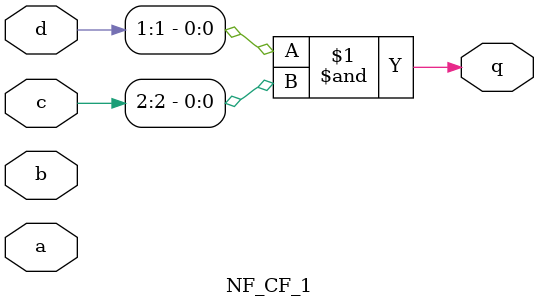
<source format=v>
/*
* -----------------------------------------------------------------
* COMPANY : Shandong University
* AUTHOR  : Yanhong Fan, Chaoran Wang, Lixuan Wu, Meiqin Wang
* DOCUMENT: "A Fast Search Method for 3-Share Second-Order Masking Schemes for Lightweight S-Boxes"  
* -----------------------------------------------------------------
*
* Copyright c 2024, Yanhong Fan, Chaoran Wang, Lixuan Wu, Meiqin Wang

*
* All rights reserved.
*
* THIS SOFTWARE IS PROVIDED BY THE COPYRIGHT HOLDERS AND CONTRIBUTORS "AS IS" AND
* ANY EXPRESS OR IMPLIED WARRANTIES, INCLUDING, BUT NOT LIMITED TO, THE IMPLIED
* WARRANTIES OF MERCHANTABILITY AND FITNESS FOR A PARTICULAR PURPOSE ARE
* DISCLAIMED. IN NO EVENT SHALL THE COPYRIGHT HOLDER OR CONTRIBUTERS BE LIABLE FOR ANY
* DIRECT, INDIRECT, INCIDENTAL, SPECIAL, EXEMPLARY, OR CONSEQUENTIAL DAMAGES
* INCLUDING, BUT NOT LIMITED TO, PROCUREMENT OF SUBSTITUTE GOODS OR SERVICES;
* LOSS OF USE, DATA, OR PROFITS; OR BUSINESS INTERRUPTION HOWEVER CAUSED AND
* ON ANY THEORY OF LIABILITY, WHETHER IN CONTRACT, STRICT LIABILITY, OR TORT
* INCLUDING NEGLIGENCE OR OTHERWISE ARISING IN ANY WAY OUT OF THE USE OF THIS
* SOFTWARE, EVEN IF ADVISED OF THE POSSIBILITY OF SUCH DAMAGE.
*
* Please see LICENSE and README for license and further instructions.*/

module NF_CF_1(
    input [3:1] a,
    input [3:1] b,
    input [3:1] c,
    input [3:1] d,
    output q 
	 );
	 
	parameter num = 1;
	 
	generate

		if(num==0) begin
			assign q = 1'b1 ^ b[1] ^ (d[1]&c[1]);
		end
		if(num==1) begin
			assign q = (d[1]&c[2]);
		end
		if(num==2) begin
			assign q = c[3] ^ (d[1]&c[3]);
		end
		if(num==3) begin
			assign q =  (d[2]&c[1]);
		end
		if(num==4) begin
			assign q = c[2]^b[2]^(d[2]&c[2]);
		end
		if(num==5) begin
			assign q = c[3] ^ (d[2]&c[3]);
		end
		if(num==6) begin
			assign q = (d[3]&c[1]);
		end
		if(num==7) begin
			assign q =c[2]^(d[3]&c[2]);
		end
		if(num==8) begin
			assign q = b[3] ^ (d[3]&c[3]);
		end
		
		
		if(num==9) begin
			assign q = 1'b1 ^  a[1] ^ (d[1]&b[1]);
		end
		if(num==10) begin
			assign q = (d[1]&b[2]);
		end
		if(num==11) begin
			assign q = b[3] ^ (d[1]&b[3]);
		end
		
		if(num==12) begin
			assign q = (d[2]&b[1]);
		end
		if(num==13) begin
			assign q = a[2]^b[2]^(d[2]&b[2]);
		end
		if(num==14) begin
			assign q = b[3] ^ (d[2]&b[3]);
		end
		
		
		if(num==15) begin
			assign q = (d[3]&b[1]);
		end
		if(num==16) begin
			assign q = b[2]^(d[3]&b[2]);
		end
		if(num==17) begin
			assign q = a[3] ^ (d[3]&b[3]);
		end
		


	endgenerate


endmodule

</source>
